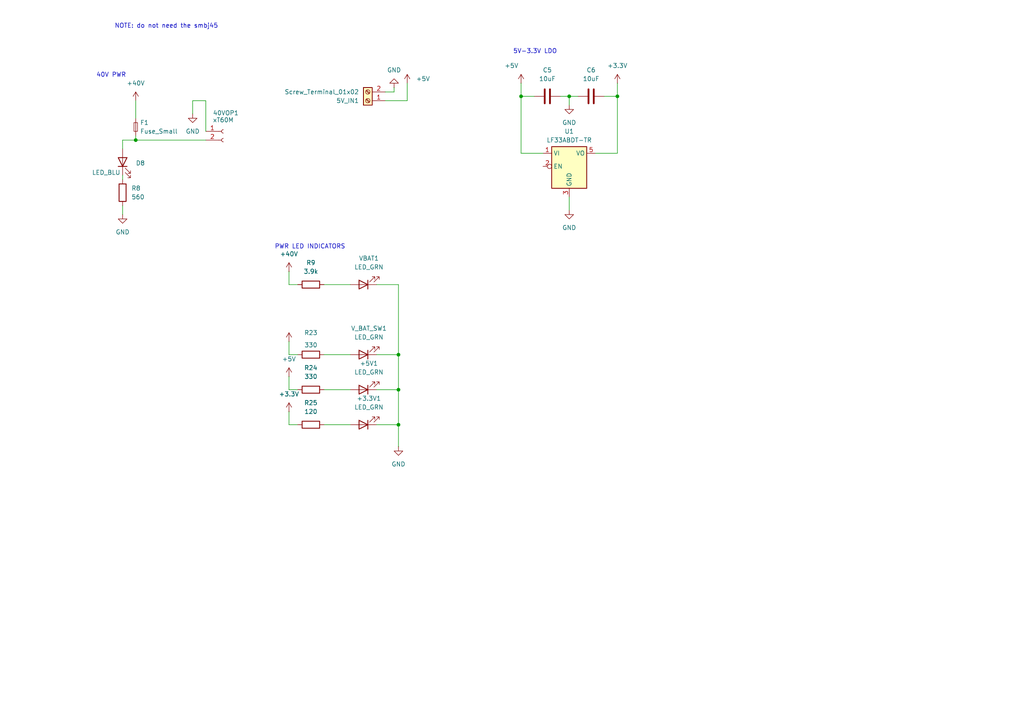
<source format=kicad_sch>
(kicad_sch (version 20231120) (generator "eeschema") (generator_version "8.0")
  (paper "A4")
  (lib_symbols
    (symbol "Connector:Conn_01x02_Socket" (pin_names (offset 1.016) hide)
      (property "Reference" "J" (at 0 2.54 0))
      (property "Value" "Conn_01x02_Socket" (at 0 -5.08 0))
      (symbol "Conn_01x02_Socket_1_1"
        (arc (start 0 -2.032) (mid -0.5058 -2.54) (end 0 -3.048) (stroke (width 0.1524)))
        (polyline (pts (xy -1.27 -2.54) (xy -0.508 -2.54)) (stroke (width 0.1524)))
        (polyline (pts (xy -1.27 0) (xy -0.508 0)) (stroke (width 0.1524)))
        (arc (start 0 0.508) (mid -0.5058 0) (end 0 -0.508) (stroke (width 0.1524)))
        (pin passive line (at -5.08 0 0) (length 3.81) (name "Pin_1") (number "1"))
        (pin passive line (at -5.08 -2.54 0) (length 3.81) (name "Pin_2") (number "2"))
      )
    )
    (symbol "Connector:Screw_Terminal_01x02" (pin_names (offset 1.016) hide)
      (property "Reference" "J" (at 0 2.54 0))
      (property "Value" "Screw_Terminal_01x02" (at 0 -5.08 0))
      (symbol "Screw_Terminal_01x02_1_1"
        (rectangle (start -1.27 1.27) (end 1.27 -3.81) (stroke (width 0.254)) (fill (type background)))
        (circle (center 0 -2.54) (radius 0.635) (stroke (width 0.1524)))
        (polyline (pts (xy -0.5334 -2.2098) (xy 0.3302 -3.048)) (stroke (width 0.1524)))
        (polyline (pts (xy -0.5334 0.3302) (xy 0.3302 -0.508)) (stroke (width 0.1524)))
        (polyline (pts (xy -0.3556 -2.032) (xy 0.508 -2.8702)) (stroke (width 0.1524)))
        (polyline (pts (xy -0.3556 0.508) (xy 0.508 -0.3302)) (stroke (width 0.1524)))
        (circle (center 0 0) (radius 0.635) (stroke (width 0.1524)))
        (pin passive line (at -5.08 0 0) (length 3.81) (name "Pin_1") (number "1"))
        (pin passive line (at -5.08 -2.54 0) (length 3.81) (name "Pin_2") (number "2"))
      )
    )
    (symbol "Device:C" (pin_numbers hide) (pin_names (offset 0.254))
      (property "Reference" "C" (at 0.635 2.54 0))
      (property "Value" "C" (at 0.635 -2.54 0))
      (symbol "C_0_1"
        (polyline (pts (xy -2.032 -0.762) (xy 2.032 -0.762)) (stroke (width 0.508)))
        (polyline (pts (xy -2.032 0.762) (xy 2.032 0.762)) (stroke (width 0.508)))
      )
      (symbol "C_1_1"
        (pin passive line (at 0 3.81 270) (length 2.794) (name "~") (number "1"))
        (pin passive line (at 0 -3.81 90) (length 2.794) (name "~") (number "2"))
      )
    )
    (symbol "Device:Fuse_Small" (pin_numbers hide) (pin_names (offset 0.254) hide)
      (property "Reference" "F" (at 0 -1.524 0))
      (property "Value" "Fuse_Small" (at 0 1.524 0))
      (symbol "Fuse_Small_0_1"
        (rectangle (start -1.27 0.508) (end 1.27 -0.508))
        (polyline (pts (xy -1.27 0) (xy 1.27 0)))
      )
      (symbol "Fuse_Small_1_1"
        (pin passive line (at -2.54 0 0) (length 1.27) (name "~") (number "1"))
        (pin passive line (at 2.54 0 180) (length 1.27) (name "~") (number "2"))
      )
    )
    (symbol "Device:LED" (pin_numbers hide) (pin_names (offset 1.016) hide)
      (property "Reference" "D" (at 0 2.54 0))
      (property "Value" "LED" (at 0 -2.54 0))
      (symbol "LED_0_1"
        (polyline (pts (xy -1.27 -1.27) (xy -1.27 1.27)) (stroke (width 0.254)))
        (polyline (pts (xy -1.27 0) (xy 1.27 0)))
        (polyline (pts (xy 1.27 -1.27) (xy 1.27 1.27) (xy -1.27 0) (xy 1.27 -1.27)) (stroke (width 0.254)))
        (polyline (pts (xy -3.048 -0.762) (xy -4.572 -2.286) (xy -3.81 -2.286) (xy -4.572 -2.286) (xy -4.572 -1.524)))
        (polyline (pts (xy -1.778 -0.762) (xy -3.302 -2.286) (xy -2.54 -2.286) (xy -3.302 -2.286) (xy -3.302 -1.524)))
      )
      (symbol "LED_1_1"
        (pin passive line (at -3.81 0 0) (length 2.54) (name "K") (number "1"))
        (pin passive line (at 3.81 0 180) (length 2.54) (name "A") (number "2"))
      )
    )
    (symbol "Device:R" (pin_numbers hide) (pin_names (offset 0))
      (property "Reference" "R" (at 2.032 0 90))
      (property "Value" "R" (at 0 0 90))
      (symbol "R_0_1"
        (rectangle (start -1.016 -2.54) (end 1.016 2.54) (stroke (width 0.254)))
      )
      (symbol "R_1_1"
        (pin passive line (at 0 3.81 270) (length 1.27) (name "~") (number "1"))
        (pin passive line (at 0 -3.81 90) (length 1.27) (name "~") (number "2"))
      )
    )
    (symbol "SJSU_common:LF33CPT-TR"
      (property "Reference" "U" (at -4.572 0 0))
      (property "Value" "LF33CPT-TR" (at 5.334 0 0))
      (symbol "LF33CPT-TR_0_1"
        (rectangle (start -5.08 -1.905) (end 5.08 -13.97) (stroke (width 0.254)) (fill (type background)))
      )
      (symbol "LF33CPT-TR_1_1"
        (pin power_in line (at -7.62 -3.81 0) (length 2.54) (name "VI") (number "1"))
        (pin input inverted (at -7.62 -7.62 0) (length 2.54) (name "EN") (number "2"))
        (pin power_in line (at 0 -16.51 90) (length 2.54) (name "GND") (number "3"))
        (pin power_out line (at 7.62 -3.81 180) (length 2.54) (name "VO") (number "5"))
      )
    )
    (symbol "power:+24V" (power) (pin_numbers hide) (pin_names (offset 0) hide)
      (property "Value" "+24V" (at 0 3.556 0))
      (symbol "+24V_0_1"
        (polyline (pts (xy -0.762 1.27) (xy 0 2.54)))
        (polyline (pts (xy 0 0) (xy 0 2.54)))
        (polyline (pts (xy 0 2.54) (xy 0.762 1.27)))
      )
      (symbol "+24V_1_1"
        (pin power_in line (at 0 0 90) (length 0) (name "~") (number "1"))
      )
    )
    (symbol "power:+3.3V" (power) (pin_numbers hide) (pin_names (offset 0) hide)
      (property "Value" "+3.3V" (at 0 3.556 0))
      (symbol "+3.3V_0_1"
        (polyline (pts (xy -0.762 1.27) (xy 0 2.54)))
        (polyline (pts (xy 0 0) (xy 0 2.54)))
        (polyline (pts (xy 0 2.54) (xy 0.762 1.27)))
      )
      (symbol "+3.3V_1_1"
        (pin power_in line (at 0 0 90) (length 0) (name "~") (number "1"))
      )
    )
    (symbol "power:+5V" (power) (pin_numbers hide) (pin_names (offset 0) hide)
      (property "Value" "+5V" (at 0 3.556 0))
      (symbol "+5V_0_1"
        (polyline (pts (xy -0.762 1.27) (xy 0 2.54)))
        (polyline (pts (xy 0 0) (xy 0 2.54)))
        (polyline (pts (xy 0 2.54) (xy 0.762 1.27)))
      )
      (symbol "+5V_1_1"
        (pin power_in line (at 0 0 90) (length 0) (name "~") (number "1"))
      )
    )
    (symbol "power:GND" (power) (pin_numbers hide) (pin_names (offset 0) hide)
      (property "Value" "GND" (at 0 -3.81 0))
      (symbol "GND_0_1"
        (polyline (pts (xy 0 0) (xy 0 -1.27) (xy 1.27 -1.27) (xy 0 -2.54) (xy -1.27 -1.27) (xy 0 -1.27)))
      )
      (symbol "GND_1_1"
        (pin power_in line (at 0 0 270) (length 0) (name "~") (number "1"))
      )
    )
  )
  (junction (at 39.37 40.64))
  (junction (at 151.13 27.94))
  (junction (at 115.57 123.19))
  (junction (at 165.1 27.94))
  (junction (at 179.07 27.94))
  (junction (at 115.57 113.03))
  (junction (at 115.57 102.87))
  (wire (pts (xy 118.11 29.21) (xy 111.76 29.21)))
  (wire (pts (xy 118.11 24.13) (xy 118.11 29.21)))
  (wire (pts (xy 179.07 27.94) (xy 179.07 44.45)))
  (wire (pts (xy 83.82 78.74) (xy 83.82 82.55)))
  (wire (pts (xy 151.13 24.13) (xy 151.13 27.94)))
  (wire (pts (xy 162.56 27.94) (xy 165.1 27.94)))
  (wire (pts (xy 115.57 82.55) (xy 115.57 102.87)))
  (wire (pts (xy 59.69 38.1) (xy 59.69 29.21)))
  (wire (pts (xy 83.82 109.22) (xy 83.82 113.03)))
  (wire (pts (xy 93.98 123.19) (xy 101.6 123.19)))
  (wire (pts (xy 115.57 113.03) (xy 115.57 123.19)))
  (wire (pts (xy 109.22 123.19) (xy 115.57 123.19)))
  (wire (pts (xy 165.1 27.94) (xy 165.1 30.48)))
  (wire (pts (xy 83.82 99.06) (xy 83.82 102.87)))
  (wire (pts (xy 35.56 62.23) (xy 35.56 59.69)))
  (wire (pts (xy 83.82 82.55) (xy 86.36 82.55)))
  (wire (pts (xy 165.1 57.15) (xy 165.1 60.96)))
  (wire (pts (xy 151.13 27.94) (xy 151.13 44.45)))
  (wire (pts (xy 83.82 119.38) (xy 83.82 123.19)))
  (wire (pts (xy 179.07 24.13) (xy 179.07 27.94)))
  (wire (pts (xy 115.57 123.19) (xy 115.57 129.54)))
  (wire (pts (xy 35.56 50.8) (xy 35.56 52.07)))
  (wire (pts (xy 151.13 44.45) (xy 157.48 44.45)))
  (wire (pts (xy 55.88 29.21) (xy 55.88 33.02)))
  (wire (pts (xy 175.26 27.94) (xy 179.07 27.94)))
  (wire (pts (xy 109.22 113.03) (xy 115.57 113.03)))
  (wire (pts (xy 39.37 29.21) (xy 39.37 34.29)))
  (wire (pts (xy 93.98 102.87) (xy 101.6 102.87)))
  (wire (pts (xy 83.82 113.03) (xy 86.36 113.03)))
  (wire (pts (xy 109.22 82.55) (xy 115.57 82.55)))
  (wire (pts (xy 165.1 27.94) (xy 167.64 27.94)))
  (wire (pts (xy 111.76 26.67) (xy 114.3 26.67)))
  (wire (pts (xy 179.07 44.45) (xy 172.72 44.45)))
  (wire (pts (xy 93.98 82.55) (xy 101.6 82.55)))
  (wire (pts (xy 83.82 123.19) (xy 86.36 123.19)))
  (wire (pts (xy 35.56 40.64) (xy 39.37 40.64)))
  (wire (pts (xy 39.37 40.64) (xy 59.69 40.64)))
  (wire (pts (xy 114.3 26.67) (xy 114.3 25.4)))
  (wire (pts (xy 39.37 40.64) (xy 39.37 39.37)))
  (wire (pts (xy 35.56 40.64) (xy 35.56 43.18)))
  (wire (pts (xy 109.22 102.87) (xy 115.57 102.87)))
  (wire (pts (xy 93.98 113.03) (xy 101.6 113.03)))
  (wire (pts (xy 115.57 102.87) (xy 115.57 113.03)))
  (wire (pts (xy 83.82 102.87) (xy 86.36 102.87)))
  (wire (pts (xy 151.13 27.94) (xy 154.94 27.94)))
  (wire (pts (xy 55.88 29.21) (xy 59.69 29.21)))
  (text "40V PWR\n" (at 32.258 21.844 0) (effects (font (size 1.27 1.27))))
  (text "5V-3.3V LDO\n" (at 155.194 14.986 0) (effects (font (size 1.27 1.27))))
  (text "POWER checklist:\nDONE\n" (at 26.416 -3.556 0) (effects (font (size 1.27 1.27))))
  (text "NOTE: do not need the smbj45" (at 48.26 7.62 0) (effects (font (size 1.27 1.27))))
  (text "PWR LED INDICATORS\n" (at 89.916 71.628 0) (effects (font (size 1.27 1.27))))
  (symbol (lib_id "Device:Fuse_Small") (at 39.37 36.83 270) (unit 1)
    (property "Reference" "F1" (at 40.64 35.5599 90) (effects (justify left)))
    (property "Value" "Fuse_Small" (at 40.64 38.0999 90) (effects (justify left)))
    (property "Footprint" "Fuse:Fuseholder_Littelfuse_Nano2_154x" (effects (hide yes)))
    (property "Description" "Fuse, small symbol" (effects (hide yes)))
  )
  (symbol (lib_id "SJSU_common:LF33CPT-TR") (at 165.1 40.64 0) (unit 1)
    (property "Reference" "U1" (at 165.1 38.1 0))
    (property "Value" "LF33ABDT-TR" (at 165.1 40.64 0))
    (property "Footprint" "SJSU_common:TO-252AD" (effects (hide yes)))
    (property "Datasheet" "https://www.st.com/content/ccc/resource/technical/document/datasheet/c4/0e/7e/2a/be/bc/4c/bd/CD00000546.pdf/files/CD00000546.pdf/jcr:content/translations/en.CD00000546.pdf" (effects (hide yes)))
    (property "Description" "IC REG LINEAR 3.3V 500MA PPAK" (effects (hide yes)))
  )
  (symbol (lib_id "power:GND") (at 35.56 62.23 0) (unit 1)
    (property "Reference" "#PWR024" (effects (hide yes)))
    (property "Value" "GND" (at 35.56 67.31 0))
    (property "Description" "Power symbol creates a global label with name \"GND\" , ground" (effects (hide yes)))
  )
  (symbol (lib_id "power:+24V") (at 83.82 99.06 0) (unit 1)
    (property "Reference" "#PWR086" (effects (hide yes)))
    (property "Value" "V_BAT_SW" (effects (hide yes)))
    (property "Description" "Power symbol creates a global label with name \"+24V\"" (effects (hide yes)))
  )
  (symbol (lib_id "power:GND") (at 55.88 33.02 0) (unit 1)
    (property "Reference" "#PWR035" (effects (hide yes)))
    (property "Value" "GND" (at 55.88 38.1 0))
    (property "Description" "Power symbol creates a global label with name \"GND\" , ground" (effects (hide yes)))
  )
  (symbol (lib_id "power:+24V") (at 83.82 78.74 0) (unit 1)
    (property "Reference" "#PWR042" (effects (hide yes)))
    (property "Value" "+40V" (at 83.82 73.66 0))
    (property "Description" "Power symbol creates a global label with name \"+24V\"" (effects (hide yes)))
  )
  (symbol (lib_id "power:GND") (at 114.3 25.4 180) (unit 1)
    (property "Reference" "#PWR0107" (effects (hide yes)))
    (property "Value" "GND" (at 114.3 20.32 0))
    (property "Description" "Power symbol creates a global label with name \"GND\" , ground" (effects (hide yes)))
  )
  (symbol (lib_id "Device:R") (at 90.17 82.55 270) (unit 1)
    (property "Reference" "R9" (at 90.17 76.2 90))
    (property "Value" "3.9k" (at 90.17 78.74 90))
    (property "Footprint" "Resistor_SMD:R_0603_1608Metric" (effects (hide yes)))
    (property "Description" "Resistor" (effects (hide yes)))
  )
  (symbol (lib_id "power:+3.3V") (at 83.82 119.38 0) (unit 1)
    (property "Reference" "#PWR088" (effects (hide yes)))
    (property "Value" "+3.3V" (at 83.82 114.3 0))
    (property "Description" "Power symbol creates a global label with name \"+3.3V\"" (effects (hide yes)))
  )
  (symbol (lib_id "power:+3.3V") (at 179.07 24.13 0) (unit 1)
    (property "Reference" "#PWR064" (effects (hide yes)))
    (property "Value" "+3.3V" (at 179.07 19.05 0))
    (property "Description" "Power symbol creates a global label with name \"+3.3V\"" (effects (hide yes)))
  )
  (symbol (lib_id "power:GND") (at 165.1 60.96 0) (unit 1)
    (property "Reference" "#PWR062" (effects (hide yes)))
    (property "Value" "GND" (at 165.1 66.04 0))
    (property "Description" "Power symbol creates a global label with name \"GND\" , ground" (effects (hide yes)))
  )
  (symbol (lib_id "Device:R") (at 90.17 102.87 270) (unit 1)
    (property "Reference" "R23" (at 90.17 96.52 90))
    (property "Value" "330" (at 90.17 100.076 90))
    (property "Footprint" "Resistor_SMD:R_0603_1608Metric" (effects (hide yes)))
    (property "Description" "Resistor" (effects (hide yes)))
  )
  (symbol (lib_id "Device:R") (at 35.56 55.88 0) (unit 1)
    (property "Reference" "R8" (at 38.1 54.6099 0) (effects (justify left)))
    (property "Value" "560" (at 38.1 57.1499 0) (effects (justify left)))
    (property "Footprint" "Resistor_SMD:R_0603_1608Metric" (effects (hide yes)))
    (property "Description" "Resistor" (effects (hide yes)))
  )
  (symbol (lib_id "Device:LED") (at 105.41 123.19 180) (unit 1)
    (property "Reference" "+3.3V1" (at 106.9975 115.57 0))
    (property "Value" "LED_GRN" (at 106.9975 118.11 0))
    (property "Footprint" "LED_SMD:LED_0805_2012Metric" (effects (hide yes)))
    (property "Description" "Light emitting diode" (effects (hide yes)))
  )
  (symbol (lib_id "power:+24V") (at 39.37 29.21 0) (unit 1)
    (property "Reference" "#PWR025" (effects (hide yes)))
    (property "Value" "+40V" (at 39.37 24.13 0))
    (property "Description" "Power symbol creates a global label with name \"+24V\"" (effects (hide yes)))
  )
  (symbol (lib_id "power:+5V") (at 83.82 109.22 0) (unit 1)
    (property "Reference" "#PWR087" (effects (hide yes)))
    (property "Value" "+5V" (at 83.82 104.14 0))
    (property "Description" "Power symbol creates a global label with name \"+5V\"" (effects (hide yes)))
  )
  (symbol (lib_id "power:+3.3V") (at 151.13 24.13 0) (unit 1)
    (property "Reference" "#PWR063" (effects (hide yes)))
    (property "Value" "+5V" (at 146.304 19.05 0) (effects (justify left)))
    (property "Description" "Power symbol creates a global label with name \"+3.3V\"" (effects (hide yes)))
  )
  (symbol (lib_id "power:+24V") (at 118.11 24.13 0) (unit 1)
    (property "Reference" "#PWR0106" (effects (hide yes)))
    (property "Value" "+5V" (at 120.65 22.8599 0) (effects (justify left)))
    (property "Description" "Power symbol creates a global label with name \"+24V\"" (effects (hide yes)))
  )
  (symbol (lib_id "Device:LED") (at 105.41 102.87 180) (unit 1)
    (property "Reference" "V_BAT_SW1" (at 106.9975 95.25 0))
    (property "Value" "LED_GRN" (at 106.9975 97.79 0))
    (property "Footprint" "LED_SMD:LED_0805_2012Metric" (effects (hide yes)))
    (property "Description" "Light emitting diode" (effects (hide yes)))
  )
  (symbol (lib_id "Connector:Conn_01x02_Socket") (at 64.77 38.1 0) (unit 1)
    (property "Reference" "40VOP1" (at 61.722 32.766 0) (effects (justify left)))
    (property "Value" "xT60M" (at 61.722 34.798 0) (effects (justify left)))
    (property "Footprint" "Connector_AMASS:AMASS_XT60PW-M_1x02_P7.20mm_Horizontal" (effects (hide yes)))
    (property "Description" "Generic connector, single row, 01x02, script generated" (effects (hide yes)))
  )
  (symbol (lib_id "power:GND") (at 115.57 129.54 0) (unit 1)
    (property "Reference" "#PWR084" (effects (hide yes)))
    (property "Value" "GND" (at 115.57 134.62 0))
    (property "Description" "Power symbol creates a global label with name \"GND\" , ground" (effects (hide yes)))
  )
  (symbol (lib_id "power:GND") (at 165.1 30.48 0) (unit 1)
    (property "Reference" "#PWR067" (effects (hide yes)))
    (property "Value" "GND" (at 165.1 35.56 0))
    (property "Description" "Power symbol creates a global label with name \"GND\" , ground" (effects (hide yes)))
  )
  (symbol (lib_id "Device:C") (at 158.75 27.94 90) (unit 1)
    (property "Reference" "C5" (at 158.75 20.32 90))
    (property "Value" "10uF" (at 158.75 22.86 90))
    (property "Footprint" "Capacitor_SMD:C_0603_1608Metric" (effects (hide yes)))
    (property "Description" "Unpolarized capacitor" (effects (hide yes)))
  )
  (symbol (lib_id "Device:LED") (at 35.56 46.99 90) (unit 1)
    (property "Reference" "D8" (at 39.37 47.3074 90) (effects (justify right)))
    (property "Value" "LED_BLU" (at 26.67 50.038 90) (effects (justify right)))
    (property "Footprint" "LED_SMD:LED_0603_1608Metric" (effects (hide yes)))
    (property "Description" "Light emitting diode" (effects (hide yes)))
  )
  (symbol (lib_id "Device:LED") (at 105.41 82.55 180) (unit 1)
    (property "Reference" "VBAT1" (at 106.9975 74.93 0))
    (property "Value" "LED_GRN" (at 106.9975 77.47 0))
    (property "Footprint" "LED_SMD:LED_0805_2012Metric" (effects (hide yes)))
    (property "Description" "Light emitting diode" (effects (hide yes)))
  )
  (symbol (lib_id "Device:C") (at 171.45 27.94 90) (unit 1)
    (property "Reference" "C6" (at 171.45 20.32 90))
    (property "Value" "10uF" (at 171.45 22.86 90))
    (property "Footprint" "Capacitor_SMD:C_0603_1608Metric" (effects (hide yes)))
    (property "Description" "Unpolarized capacitor" (effects (hide yes)))
  )
  (symbol (lib_id "Device:LED") (at 105.41 113.03 180) (unit 1)
    (property "Reference" "+5V1" (at 106.9975 105.41 0))
    (property "Value" "LED_GRN" (at 106.9975 107.95 0))
    (property "Footprint" "LED_SMD:LED_0805_2012Metric" (effects (hide yes)))
    (property "Description" "Light emitting diode" (effects (hide yes)))
  )
  (symbol (lib_id "Connector:Screw_Terminal_01x02") (at 106.68 29.21 180) (unit 1)
    (property "Reference" "5V_IN1" (at 104.14 29.2101 0) (effects (justify left)))
    (property "Value" "Screw_Terminal_01x02" (at 104.14 26.6701 0) (effects (justify left)))
    (property "Footprint" "TerminalBlock:TerminalBlock_Xinya_XY308-2.54-2P_1x02_P2.54mm_Horizontal" (effects (hide yes)))
    (property "Description" "Generic screw terminal, single row, 01x02, script generated (kicad-library-utils/schlib/autogen/connector/)" (effects (hide yes)))
  )
  (symbol (lib_id "Device:R") (at 90.17 123.19 270) (unit 1)
    (property "Reference" "R25" (at 90.17 116.84 90))
    (property "Value" "120" (at 90.17 119.38 90))
    (property "Footprint" "Resistor_SMD:R_0603_1608Metric" (effects (hide yes)))
    (property "Description" "Resistor" (effects (hide yes)))
  )
  (symbol (lib_id "Device:R") (at 90.17 113.03 270) (unit 1)
    (property "Reference" "R24" (at 90.17 106.68 90))
    (property "Value" "330" (at 90.17 109.22 90))
    (property "Footprint" "Resistor_SMD:R_0603_1608Metric" (effects (hide yes)))
    (property "Description" "Resistor" (effects (hide yes)))
  )
)
</source>
